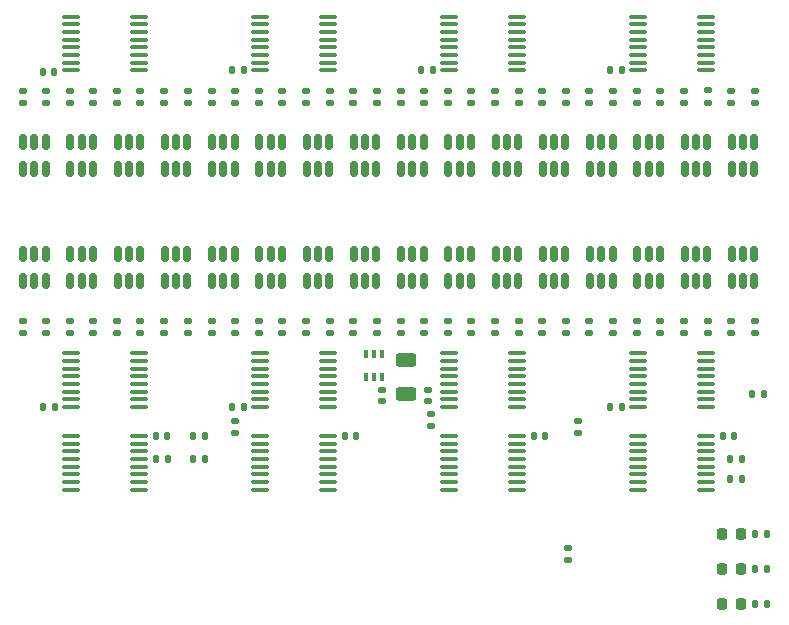
<source format=gbr>
%TF.GenerationSoftware,KiCad,Pcbnew,7.0.1*%
%TF.CreationDate,2024-10-11T19:23:26-04:00*%
%TF.ProjectId,PEST_Driver,50455354-5f44-4726-9976-65722e6b6963,rev?*%
%TF.SameCoordinates,Original*%
%TF.FileFunction,Paste,Top*%
%TF.FilePolarity,Positive*%
%FSLAX46Y46*%
G04 Gerber Fmt 4.6, Leading zero omitted, Abs format (unit mm)*
G04 Created by KiCad (PCBNEW 7.0.1) date 2024-10-11 19:23:26*
%MOMM*%
%LPD*%
G01*
G04 APERTURE LIST*
G04 Aperture macros list*
%AMRoundRect*
0 Rectangle with rounded corners*
0 $1 Rounding radius*
0 $2 $3 $4 $5 $6 $7 $8 $9 X,Y pos of 4 corners*
0 Add a 4 corners polygon primitive as box body*
4,1,4,$2,$3,$4,$5,$6,$7,$8,$9,$2,$3,0*
0 Add four circle primitives for the rounded corners*
1,1,$1+$1,$2,$3*
1,1,$1+$1,$4,$5*
1,1,$1+$1,$6,$7*
1,1,$1+$1,$8,$9*
0 Add four rect primitives between the rounded corners*
20,1,$1+$1,$2,$3,$4,$5,0*
20,1,$1+$1,$4,$5,$6,$7,0*
20,1,$1+$1,$6,$7,$8,$9,0*
20,1,$1+$1,$8,$9,$2,$3,0*%
G04 Aperture macros list end*
%ADD10RoundRect,0.135000X0.185000X-0.135000X0.185000X0.135000X-0.185000X0.135000X-0.185000X-0.135000X0*%
%ADD11RoundRect,0.135000X-0.185000X0.135000X-0.185000X-0.135000X0.185000X-0.135000X0.185000X0.135000X0*%
%ADD12RoundRect,0.150000X-0.150000X0.512500X-0.150000X-0.512500X0.150000X-0.512500X0.150000X0.512500X0*%
%ADD13RoundRect,0.140000X-0.140000X-0.170000X0.140000X-0.170000X0.140000X0.170000X-0.140000X0.170000X0*%
%ADD14RoundRect,0.140000X0.140000X0.170000X-0.140000X0.170000X-0.140000X-0.170000X0.140000X-0.170000X0*%
%ADD15RoundRect,0.100000X0.637500X0.100000X-0.637500X0.100000X-0.637500X-0.100000X0.637500X-0.100000X0*%
%ADD16RoundRect,0.100000X-0.637500X-0.100000X0.637500X-0.100000X0.637500X0.100000X-0.637500X0.100000X0*%
%ADD17R,0.400000X0.650000*%
%ADD18RoundRect,0.218750X0.218750X0.256250X-0.218750X0.256250X-0.218750X-0.256250X0.218750X-0.256250X0*%
%ADD19RoundRect,0.140000X0.170000X-0.140000X0.170000X0.140000X-0.170000X0.140000X-0.170000X-0.140000X0*%
%ADD20RoundRect,0.150000X0.150000X-0.512500X0.150000X0.512500X-0.150000X0.512500X-0.150000X-0.512500X0*%
%ADD21RoundRect,0.135000X-0.135000X-0.185000X0.135000X-0.185000X0.135000X0.185000X-0.135000X0.185000X0*%
%ADD22RoundRect,0.250000X-0.625000X0.312500X-0.625000X-0.312500X0.625000X-0.312500X0.625000X0.312500X0*%
%ADD23RoundRect,0.135000X0.135000X0.185000X-0.135000X0.185000X-0.135000X-0.185000X0.135000X-0.185000X0*%
G04 APERTURE END LIST*
D10*
%TO.C,R24*%
X45000000Y-48510000D03*
X45000000Y-47490000D03*
%TD*%
D11*
%TO.C,R53*%
X71000000Y-47480000D03*
X71000000Y-48500000D03*
%TD*%
D10*
%TO.C,R16*%
X37000000Y-48510000D03*
X37000000Y-47490000D03*
%TD*%
D12*
%TO.C,Q5*%
X32950000Y-32362500D03*
X32000000Y-32362500D03*
X31050000Y-32362500D03*
X31050000Y-34637500D03*
X32000000Y-34637500D03*
X32950000Y-34637500D03*
%TD*%
D13*
%TO.C,C4*%
X72750000Y-26250000D03*
X73710000Y-26250000D03*
%TD*%
D14*
%TO.C,C8*%
X83250000Y-57250000D03*
X82290000Y-57250000D03*
%TD*%
D10*
%TO.C,R64*%
X85000000Y-48510000D03*
X85000000Y-47490000D03*
%TD*%
D15*
%TO.C,U8*%
X80862500Y-26275000D03*
X80862500Y-25625000D03*
X80862500Y-24975000D03*
X80862500Y-24325000D03*
X80862500Y-23675000D03*
X80862500Y-23025000D03*
X80862500Y-22375000D03*
X80862500Y-21725000D03*
X75137500Y-21725000D03*
X75137500Y-22375000D03*
X75137500Y-23025000D03*
X75137500Y-23675000D03*
X75137500Y-24325000D03*
X75137500Y-24975000D03*
X75137500Y-25625000D03*
X75137500Y-26275000D03*
%TD*%
%TO.C,U2*%
X32862500Y-26275000D03*
X32862500Y-25625000D03*
X32862500Y-24975000D03*
X32862500Y-24325000D03*
X32862500Y-23675000D03*
X32862500Y-23025000D03*
X32862500Y-22375000D03*
X32862500Y-21725000D03*
X27137500Y-21725000D03*
X27137500Y-22375000D03*
X27137500Y-23025000D03*
X27137500Y-23675000D03*
X27137500Y-24325000D03*
X27137500Y-24975000D03*
X27137500Y-25625000D03*
X27137500Y-26275000D03*
%TD*%
D16*
%TO.C,U11*%
X59137500Y-57225000D03*
X59137500Y-57875000D03*
X59137500Y-58525000D03*
X59137500Y-59175000D03*
X59137500Y-59825000D03*
X59137500Y-60475000D03*
X59137500Y-61125000D03*
X59137500Y-61775000D03*
X64862500Y-61775000D03*
X64862500Y-61125000D03*
X64862500Y-60475000D03*
X64862500Y-59825000D03*
X64862500Y-59175000D03*
X64862500Y-58525000D03*
X64862500Y-57875000D03*
X64862500Y-57225000D03*
%TD*%
D17*
%TO.C,U1*%
X52100000Y-52200000D03*
X52750000Y-52200000D03*
X53400000Y-52200000D03*
X53400000Y-50300000D03*
X52750000Y-50300000D03*
X52100000Y-50300000D03*
%TD*%
D12*
%TO.C,Q15*%
X52950000Y-32362500D03*
X52000000Y-32362500D03*
X51050000Y-32362500D03*
X51050000Y-34637500D03*
X52000000Y-34637500D03*
X52950000Y-34637500D03*
%TD*%
D10*
%TO.C,R35*%
X57000000Y-29010000D03*
X57000000Y-27990000D03*
%TD*%
%TO.C,R23*%
X45000000Y-29010000D03*
X45000000Y-27990000D03*
%TD*%
D12*
%TO.C,Q25*%
X72950000Y-32362500D03*
X72000000Y-32362500D03*
X71050000Y-32362500D03*
X71050000Y-34637500D03*
X72000000Y-34637500D03*
X72950000Y-34637500D03*
%TD*%
D11*
%TO.C,R65*%
X83000000Y-47490000D03*
X83000000Y-48510000D03*
%TD*%
D12*
%TO.C,Q11*%
X44950000Y-32362500D03*
X44000000Y-32362500D03*
X43050000Y-32362500D03*
X43050000Y-34637500D03*
X44000000Y-34637500D03*
X44950000Y-34637500D03*
%TD*%
D10*
%TO.C,R56*%
X77000000Y-48510000D03*
X77000000Y-47490000D03*
%TD*%
D12*
%TO.C,Q13*%
X48950000Y-32362500D03*
X48000000Y-32362500D03*
X47050000Y-32362500D03*
X47050000Y-34637500D03*
X48000000Y-34637500D03*
X48950000Y-34637500D03*
%TD*%
D18*
%TO.C,D2*%
X83787500Y-68500000D03*
X82212500Y-68500000D03*
%TD*%
D11*
%TO.C,R21*%
X39000000Y-47490000D03*
X39000000Y-48510000D03*
%TD*%
D19*
%TO.C,C11*%
X57600000Y-56360000D03*
X57600000Y-55400000D03*
%TD*%
D20*
%TO.C,Q8*%
X35050000Y-44137500D03*
X36000000Y-44137500D03*
X36950000Y-44137500D03*
X36950000Y-41862500D03*
X36000000Y-41862500D03*
X35050000Y-41862500D03*
%TD*%
D10*
%TO.C,R44*%
X65000000Y-48510000D03*
X65000000Y-47490000D03*
%TD*%
D13*
%TO.C,C7*%
X72750000Y-54750000D03*
X73710000Y-54750000D03*
%TD*%
%TO.C,C1*%
X25680000Y-26400000D03*
X24720000Y-26400000D03*
%TD*%
D12*
%TO.C,Q3*%
X28950000Y-32362500D03*
X28000000Y-32362500D03*
X27050000Y-32362500D03*
X27050000Y-34637500D03*
X28000000Y-34637500D03*
X28950000Y-34637500D03*
%TD*%
D10*
%TO.C,R36*%
X57000000Y-48510000D03*
X57000000Y-47490000D03*
%TD*%
%TO.C,R8*%
X29000000Y-48510000D03*
X29000000Y-47490000D03*
%TD*%
D12*
%TO.C,Q21*%
X64950000Y-32362500D03*
X64000000Y-32362500D03*
X63050000Y-32362500D03*
X63050000Y-34637500D03*
X64000000Y-34637500D03*
X64950000Y-34637500D03*
%TD*%
D21*
%TO.C,R98*%
X84990000Y-65500000D03*
X86010000Y-65500000D03*
%TD*%
D10*
%TO.C,R40*%
X61000000Y-48510000D03*
X61000000Y-47490000D03*
%TD*%
D12*
%TO.C,Q27*%
X76950000Y-32362500D03*
X76000000Y-32362500D03*
X75050000Y-32362500D03*
X75050000Y-34637500D03*
X76000000Y-34637500D03*
X76950000Y-34637500D03*
%TD*%
D10*
%TO.C,R70*%
X41000000Y-57010000D03*
X41000000Y-55990000D03*
%TD*%
D20*
%TO.C,Q22*%
X63050000Y-44137500D03*
X64000000Y-44137500D03*
X64950000Y-44137500D03*
X64950000Y-41862500D03*
X64000000Y-41862500D03*
X63050000Y-41862500D03*
%TD*%
D21*
%TO.C,R71*%
X82890000Y-59200000D03*
X83910000Y-59200000D03*
%TD*%
D11*
%TO.C,R57*%
X75000000Y-47490000D03*
X75000000Y-48510000D03*
%TD*%
D14*
%TO.C,C12*%
X35250000Y-57250000D03*
X34290000Y-57250000D03*
%TD*%
D11*
%TO.C,R62*%
X83000000Y-27990000D03*
X83000000Y-29010000D03*
%TD*%
D20*
%TO.C,Q12*%
X43050000Y-44137500D03*
X44000000Y-44137500D03*
X44950000Y-44137500D03*
X44950000Y-41862500D03*
X44000000Y-41862500D03*
X43050000Y-41862500D03*
%TD*%
D10*
%TO.C,R20*%
X41000000Y-48510000D03*
X41000000Y-47490000D03*
%TD*%
%TO.C,R19*%
X41000000Y-29010000D03*
X41000000Y-27990000D03*
%TD*%
D11*
%TO.C,R38*%
X59000000Y-27990000D03*
X59000000Y-29010000D03*
%TD*%
D20*
%TO.C,Q30*%
X79050000Y-44137500D03*
X80000000Y-44137500D03*
X80950000Y-44137500D03*
X80950000Y-41862500D03*
X80000000Y-41862500D03*
X79050000Y-41862500D03*
%TD*%
D11*
%TO.C,R45*%
X63000000Y-47480000D03*
X63000000Y-48500000D03*
%TD*%
D20*
%TO.C,Q14*%
X47050000Y-44137500D03*
X48000000Y-44137500D03*
X48950000Y-44137500D03*
X48950000Y-41862500D03*
X48000000Y-41862500D03*
X47050000Y-41862500D03*
%TD*%
D11*
%TO.C,R6*%
X27000000Y-27990000D03*
X27000000Y-29010000D03*
%TD*%
%TO.C,R9*%
X27000000Y-47490000D03*
X27000000Y-48510000D03*
%TD*%
%TO.C,R22*%
X43000000Y-27990000D03*
X43000000Y-29010000D03*
%TD*%
%TO.C,R25*%
X43000000Y-47490000D03*
X43000000Y-48510000D03*
%TD*%
%TO.C,R54*%
X75000000Y-27990000D03*
X75000000Y-29010000D03*
%TD*%
D21*
%TO.C,R74*%
X82890000Y-60900000D03*
X83910000Y-60900000D03*
%TD*%
D15*
%TO.C,U10*%
X80862500Y-54775000D03*
X80862500Y-54125000D03*
X80862500Y-53475000D03*
X80862500Y-52825000D03*
X80862500Y-52175000D03*
X80862500Y-51525000D03*
X80862500Y-50875000D03*
X80862500Y-50225000D03*
X75137500Y-50225000D03*
X75137500Y-50875000D03*
X75137500Y-51525000D03*
X75137500Y-52175000D03*
X75137500Y-52825000D03*
X75137500Y-53475000D03*
X75137500Y-54125000D03*
X75137500Y-54775000D03*
%TD*%
D13*
%TO.C,C5*%
X40750000Y-54750000D03*
X41710000Y-54750000D03*
%TD*%
D11*
%TO.C,R29*%
X47000000Y-47490000D03*
X47000000Y-48510000D03*
%TD*%
D20*
%TO.C,Q32*%
X83050000Y-44137500D03*
X84000000Y-44137500D03*
X84950000Y-44137500D03*
X84950000Y-41862500D03*
X84000000Y-41862500D03*
X83050000Y-41862500D03*
%TD*%
D11*
%TO.C,R50*%
X71000000Y-27990000D03*
X71000000Y-29010000D03*
%TD*%
D12*
%TO.C,Q31*%
X84950000Y-32362500D03*
X84000000Y-32362500D03*
X83050000Y-32362500D03*
X83050000Y-34637500D03*
X84000000Y-34637500D03*
X84950000Y-34637500D03*
%TD*%
D10*
%TO.C,R55*%
X77000000Y-29010000D03*
X77000000Y-27990000D03*
%TD*%
D20*
%TO.C,Q20*%
X59050000Y-44137500D03*
X60000000Y-44137500D03*
X60950000Y-44137500D03*
X60950000Y-41862500D03*
X60000000Y-41862500D03*
X59050000Y-41862500D03*
%TD*%
D11*
%TO.C,R17*%
X35000000Y-47490000D03*
X35000000Y-48510000D03*
%TD*%
%TO.C,R14*%
X35000000Y-27990000D03*
X35000000Y-29010000D03*
%TD*%
D20*
%TO.C,Q2*%
X23050000Y-44137500D03*
X24000000Y-44137500D03*
X24950000Y-44137500D03*
X24950000Y-41862500D03*
X24000000Y-41862500D03*
X23050000Y-41862500D03*
%TD*%
D12*
%TO.C,Q9*%
X40950000Y-32362500D03*
X40000000Y-32362500D03*
X39050000Y-32362500D03*
X39050000Y-34637500D03*
X40000000Y-34637500D03*
X40950000Y-34637500D03*
%TD*%
D11*
%TO.C,R42*%
X63000000Y-27990000D03*
X63000000Y-29010000D03*
%TD*%
D10*
%TO.C,R43*%
X65000000Y-29010000D03*
X65000000Y-27990000D03*
%TD*%
%TO.C,R59*%
X81000000Y-29000000D03*
X81000000Y-27980000D03*
%TD*%
D20*
%TO.C,Q4*%
X27050000Y-44137500D03*
X28000000Y-44137500D03*
X28950000Y-44137500D03*
X28950000Y-41862500D03*
X28000000Y-41862500D03*
X27050000Y-41862500D03*
%TD*%
D12*
%TO.C,Q7*%
X36950000Y-32362500D03*
X36000000Y-32362500D03*
X35050000Y-32362500D03*
X35050000Y-34637500D03*
X36000000Y-34637500D03*
X36950000Y-34637500D03*
%TD*%
%TO.C,Q29*%
X80950000Y-32362500D03*
X80000000Y-32362500D03*
X79050000Y-32362500D03*
X79050000Y-34637500D03*
X80000000Y-34637500D03*
X80950000Y-34637500D03*
%TD*%
D11*
%TO.C,R49*%
X67000000Y-47480000D03*
X67000000Y-48500000D03*
%TD*%
%TO.C,R2*%
X23000000Y-27990000D03*
X23000000Y-29010000D03*
%TD*%
D20*
%TO.C,Q16*%
X51050000Y-44137500D03*
X52000000Y-44137500D03*
X52950000Y-44137500D03*
X52950000Y-41862500D03*
X52000000Y-41862500D03*
X51050000Y-41862500D03*
%TD*%
D11*
%TO.C,R33*%
X51000000Y-47490000D03*
X51000000Y-48510000D03*
%TD*%
%TO.C,R26*%
X47000000Y-27990000D03*
X47000000Y-29010000D03*
%TD*%
D19*
%TO.C,C18*%
X57300000Y-54280000D03*
X57300000Y-53320000D03*
%TD*%
D16*
%TO.C,U13*%
X75137500Y-57225000D03*
X75137500Y-57875000D03*
X75137500Y-58525000D03*
X75137500Y-59175000D03*
X75137500Y-59825000D03*
X75137500Y-60475000D03*
X75137500Y-61125000D03*
X75137500Y-61775000D03*
X80862500Y-61775000D03*
X80862500Y-61125000D03*
X80862500Y-60475000D03*
X80862500Y-59825000D03*
X80862500Y-59175000D03*
X80862500Y-58525000D03*
X80862500Y-57875000D03*
X80862500Y-57225000D03*
%TD*%
D11*
%TO.C,R46*%
X67000000Y-27990000D03*
X67000000Y-29010000D03*
%TD*%
%TO.C,R10*%
X31000000Y-27990000D03*
X31000000Y-29010000D03*
%TD*%
D10*
%TO.C,R3*%
X25000000Y-29010000D03*
X25000000Y-27990000D03*
%TD*%
D20*
%TO.C,Q24*%
X67050000Y-44137500D03*
X68000000Y-44137500D03*
X68950000Y-44137500D03*
X68950000Y-41862500D03*
X68000000Y-41862500D03*
X67050000Y-41862500D03*
%TD*%
D22*
%TO.C,R1*%
X55500000Y-50787500D03*
X55500000Y-53712500D03*
%TD*%
D19*
%TO.C,C17*%
X53400000Y-54260000D03*
X53400000Y-53300000D03*
%TD*%
D11*
%TO.C,R30*%
X51000000Y-27990000D03*
X51000000Y-29010000D03*
%TD*%
D15*
%TO.C,U9*%
X64862500Y-54775000D03*
X64862500Y-54125000D03*
X64862500Y-53475000D03*
X64862500Y-52825000D03*
X64862500Y-52175000D03*
X64862500Y-51525000D03*
X64862500Y-50875000D03*
X64862500Y-50225000D03*
X59137500Y-50225000D03*
X59137500Y-50875000D03*
X59137500Y-51525000D03*
X59137500Y-52175000D03*
X59137500Y-52825000D03*
X59137500Y-53475000D03*
X59137500Y-54125000D03*
X59137500Y-54775000D03*
%TD*%
D11*
%TO.C,R73*%
X70000000Y-55990000D03*
X70000000Y-57010000D03*
%TD*%
D18*
%TO.C,D1*%
X83787500Y-65500000D03*
X82212500Y-65500000D03*
%TD*%
D10*
%TO.C,R39*%
X61000000Y-29010000D03*
X61000000Y-27990000D03*
%TD*%
D15*
%TO.C,U3*%
X48862500Y-26275000D03*
X48862500Y-25625000D03*
X48862500Y-24975000D03*
X48862500Y-24325000D03*
X48862500Y-23675000D03*
X48862500Y-23025000D03*
X48862500Y-22375000D03*
X48862500Y-21725000D03*
X43137500Y-21725000D03*
X43137500Y-22375000D03*
X43137500Y-23025000D03*
X43137500Y-23675000D03*
X43137500Y-24325000D03*
X43137500Y-24975000D03*
X43137500Y-25625000D03*
X43137500Y-26275000D03*
%TD*%
D11*
%TO.C,R37*%
X55000000Y-47490000D03*
X55000000Y-48510000D03*
%TD*%
%TO.C,R61*%
X79000000Y-47490000D03*
X79000000Y-48510000D03*
%TD*%
%TO.C,R58*%
X79000000Y-27990000D03*
X79000000Y-29010000D03*
%TD*%
D12*
%TO.C,Q17*%
X56950000Y-32362500D03*
X56000000Y-32362500D03*
X55050000Y-32362500D03*
X55050000Y-34637500D03*
X56000000Y-34637500D03*
X56950000Y-34637500D03*
%TD*%
D21*
%TO.C,R68*%
X37390000Y-59200000D03*
X38410000Y-59200000D03*
%TD*%
D10*
%TO.C,R31*%
X53000000Y-29010000D03*
X53000000Y-27990000D03*
%TD*%
D15*
%TO.C,U5*%
X48862500Y-54775000D03*
X48862500Y-54125000D03*
X48862500Y-53475000D03*
X48862500Y-52825000D03*
X48862500Y-52175000D03*
X48862500Y-51525000D03*
X48862500Y-50875000D03*
X48862500Y-50225000D03*
X43137500Y-50225000D03*
X43137500Y-50875000D03*
X43137500Y-51525000D03*
X43137500Y-52175000D03*
X43137500Y-52825000D03*
X43137500Y-53475000D03*
X43137500Y-54125000D03*
X43137500Y-54775000D03*
%TD*%
%TO.C,U7*%
X64862500Y-26275000D03*
X64862500Y-25625000D03*
X64862500Y-24975000D03*
X64862500Y-24325000D03*
X64862500Y-23675000D03*
X64862500Y-23025000D03*
X64862500Y-22375000D03*
X64862500Y-21725000D03*
X59137500Y-21725000D03*
X59137500Y-22375000D03*
X59137500Y-23025000D03*
X59137500Y-23675000D03*
X59137500Y-24325000D03*
X59137500Y-24975000D03*
X59137500Y-25625000D03*
X59137500Y-26275000D03*
%TD*%
D20*
%TO.C,Q18*%
X55050000Y-44137500D03*
X56000000Y-44137500D03*
X56950000Y-44137500D03*
X56950000Y-41862500D03*
X56000000Y-41862500D03*
X55050000Y-41862500D03*
%TD*%
D21*
%TO.C,R67*%
X34290000Y-59200000D03*
X35310000Y-59200000D03*
%TD*%
D10*
%TO.C,R52*%
X73000000Y-48510000D03*
X73000000Y-47490000D03*
%TD*%
%TO.C,R7*%
X29000000Y-29010000D03*
X29000000Y-27990000D03*
%TD*%
D14*
%TO.C,C9*%
X51250000Y-57250000D03*
X50290000Y-57250000D03*
%TD*%
%TO.C,C10*%
X67250000Y-57250000D03*
X66290000Y-57250000D03*
%TD*%
D10*
%TO.C,R27*%
X49000000Y-29010000D03*
X49000000Y-27990000D03*
%TD*%
D21*
%TO.C,R99*%
X84990000Y-68500000D03*
X86010000Y-68500000D03*
%TD*%
D18*
%TO.C,D3*%
X83787500Y-71500000D03*
X82212500Y-71500000D03*
%TD*%
D12*
%TO.C,Q19*%
X60950000Y-32362500D03*
X60000000Y-32362500D03*
X59050000Y-32362500D03*
X59050000Y-34637500D03*
X60000000Y-34637500D03*
X60950000Y-34637500D03*
%TD*%
D13*
%TO.C,C6*%
X24750000Y-54750000D03*
X25710000Y-54750000D03*
%TD*%
D10*
%TO.C,R47*%
X69000000Y-29010000D03*
X69000000Y-27990000D03*
%TD*%
D20*
%TO.C,Q10*%
X39050000Y-44137500D03*
X40000000Y-44137500D03*
X40950000Y-44137500D03*
X40950000Y-41862500D03*
X40000000Y-41862500D03*
X39050000Y-41862500D03*
%TD*%
D10*
%TO.C,R48*%
X69000000Y-48510000D03*
X69000000Y-47490000D03*
%TD*%
D21*
%TO.C,R69*%
X37390000Y-57200000D03*
X38410000Y-57200000D03*
%TD*%
D11*
%TO.C,R5*%
X23000000Y-47490000D03*
X23000000Y-48510000D03*
%TD*%
D10*
%TO.C,R28*%
X49000000Y-48510000D03*
X49000000Y-47490000D03*
%TD*%
D12*
%TO.C,Q1*%
X24950000Y-32362500D03*
X24000000Y-32362500D03*
X23050000Y-32362500D03*
X23050000Y-34637500D03*
X24000000Y-34637500D03*
X24950000Y-34637500D03*
%TD*%
D11*
%TO.C,R18*%
X39000000Y-27990000D03*
X39000000Y-29010000D03*
%TD*%
D16*
%TO.C,U12*%
X27137500Y-57225000D03*
X27137500Y-57875000D03*
X27137500Y-58525000D03*
X27137500Y-59175000D03*
X27137500Y-59825000D03*
X27137500Y-60475000D03*
X27137500Y-61125000D03*
X27137500Y-61775000D03*
X32862500Y-61775000D03*
X32862500Y-61125000D03*
X32862500Y-60475000D03*
X32862500Y-59825000D03*
X32862500Y-59175000D03*
X32862500Y-58525000D03*
X32862500Y-57875000D03*
X32862500Y-57225000D03*
%TD*%
D11*
%TO.C,R13*%
X31000000Y-47490000D03*
X31000000Y-48510000D03*
%TD*%
D10*
%TO.C,R11*%
X32970000Y-29010000D03*
X32970000Y-27990000D03*
%TD*%
D11*
%TO.C,R34*%
X55000000Y-27990000D03*
X55000000Y-29010000D03*
%TD*%
D10*
%TO.C,R32*%
X53000000Y-48510000D03*
X53000000Y-47490000D03*
%TD*%
D23*
%TO.C,R72*%
X85810000Y-53700000D03*
X84790000Y-53700000D03*
%TD*%
D16*
%TO.C,U6*%
X43137500Y-57225000D03*
X43137500Y-57875000D03*
X43137500Y-58525000D03*
X43137500Y-59175000D03*
X43137500Y-59825000D03*
X43137500Y-60475000D03*
X43137500Y-61125000D03*
X43137500Y-61775000D03*
X48862500Y-61775000D03*
X48862500Y-61125000D03*
X48862500Y-60475000D03*
X48862500Y-59825000D03*
X48862500Y-59175000D03*
X48862500Y-58525000D03*
X48862500Y-57875000D03*
X48862500Y-57225000D03*
%TD*%
D10*
%TO.C,R12*%
X32970000Y-48510000D03*
X32970000Y-47490000D03*
%TD*%
D20*
%TO.C,Q28*%
X75050000Y-44137500D03*
X76000000Y-44137500D03*
X76950000Y-44137500D03*
X76950000Y-41862500D03*
X76000000Y-41862500D03*
X75050000Y-41862500D03*
%TD*%
D12*
%TO.C,Q23*%
X68950000Y-32362500D03*
X68000000Y-32362500D03*
X67050000Y-32362500D03*
X67050000Y-34637500D03*
X68000000Y-34637500D03*
X68950000Y-34637500D03*
%TD*%
D21*
%TO.C,R100*%
X84990000Y-71500000D03*
X86010000Y-71500000D03*
%TD*%
D15*
%TO.C,U4*%
X32862500Y-54775000D03*
X32862500Y-54125000D03*
X32862500Y-53475000D03*
X32862500Y-52825000D03*
X32862500Y-52175000D03*
X32862500Y-51525000D03*
X32862500Y-50875000D03*
X32862500Y-50225000D03*
X27137500Y-50225000D03*
X27137500Y-50875000D03*
X27137500Y-51525000D03*
X27137500Y-52175000D03*
X27137500Y-52825000D03*
X27137500Y-53475000D03*
X27137500Y-54125000D03*
X27137500Y-54775000D03*
%TD*%
D10*
%TO.C,R63*%
X85000000Y-29010000D03*
X85000000Y-27990000D03*
%TD*%
D13*
%TO.C,C3*%
X56750000Y-26250000D03*
X57710000Y-26250000D03*
%TD*%
D20*
%TO.C,Q26*%
X71050000Y-44137500D03*
X72000000Y-44137500D03*
X72950000Y-44137500D03*
X72950000Y-41862500D03*
X72000000Y-41862500D03*
X71050000Y-41862500D03*
%TD*%
D10*
%TO.C,R51*%
X73000000Y-29010000D03*
X73000000Y-27990000D03*
%TD*%
D20*
%TO.C,Q6*%
X31050000Y-44137500D03*
X32000000Y-44137500D03*
X32950000Y-44137500D03*
X32950000Y-41862500D03*
X32000000Y-41862500D03*
X31050000Y-41862500D03*
%TD*%
D10*
%TO.C,R4*%
X25000000Y-48510000D03*
X25000000Y-47490000D03*
%TD*%
%TO.C,R60*%
X81000000Y-48510000D03*
X81000000Y-47490000D03*
%TD*%
D13*
%TO.C,C2*%
X40750000Y-26250000D03*
X41710000Y-26250000D03*
%TD*%
D10*
%TO.C,R15*%
X37000000Y-29010000D03*
X37000000Y-27990000D03*
%TD*%
%TO.C,R66*%
X69200000Y-67700000D03*
X69200000Y-66680000D03*
%TD*%
D11*
%TO.C,R41*%
X59000000Y-47490000D03*
X59000000Y-48510000D03*
%TD*%
M02*

</source>
